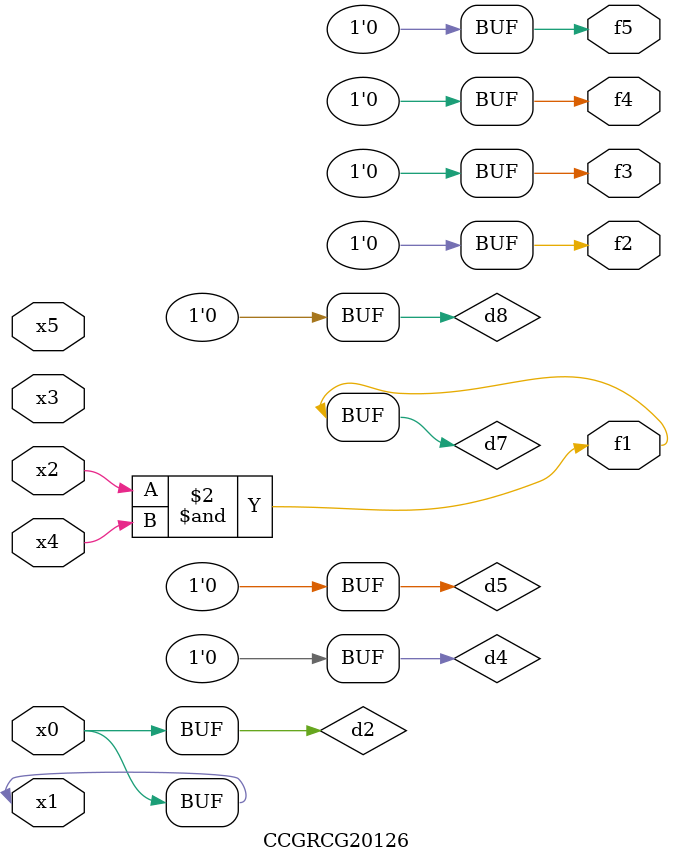
<source format=v>
module CCGRCG20126(
	input x0, x1, x2, x3, x4, x5,
	output f1, f2, f3, f4, f5
);

	wire d1, d2, d3, d4, d5, d6, d7, d8, d9;

	nand (d1, x1);
	buf (d2, x0, x1);
	nand (d3, x2, x4);
	and (d4, d1, d2);
	and (d5, d1, d2);
	nand (d6, d1, d3);
	not (d7, d3);
	xor (d8, d5);
	nor (d9, d5, d6);
	assign f1 = d7;
	assign f2 = d8;
	assign f3 = d8;
	assign f4 = d8;
	assign f5 = d8;
endmodule

</source>
